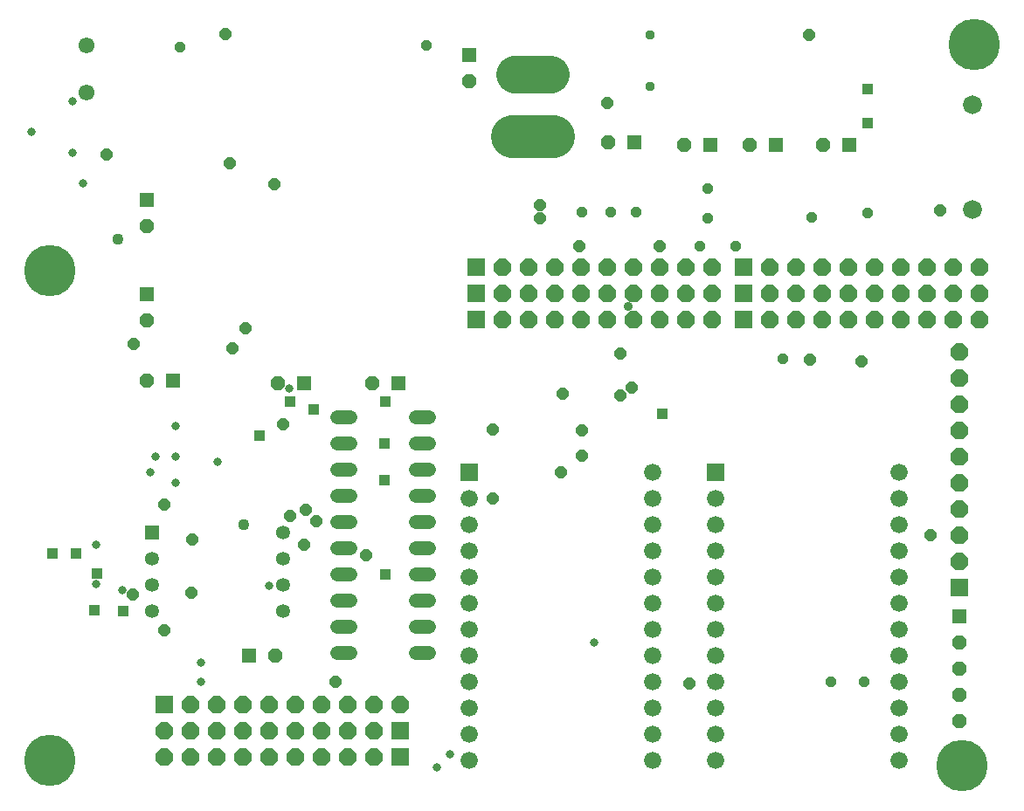
<source format=gbs>
G75*
%MOIN*%
%OFA0B0*%
%FSLAX25Y25*%
%IPPOS*%
%LPD*%
%AMOC8*
5,1,8,0,0,1.08239X$1,22.5*
%
%ADD10C,0.19600*%
%ADD11R,0.06600X0.06600*%
%ADD12C,0.06600*%
%ADD13C,0.05400*%
%ADD14R,0.05324X0.05324*%
%ADD15C,0.05324*%
%ADD16C,0.06112*%
%ADD17OC8,0.06600*%
%ADD18OC8,0.05324*%
%ADD19C,0.03750*%
%ADD20C,0.16400*%
%ADD21C,0.14400*%
%ADD22C,0.07200*%
%ADD23OC8,0.03969*%
%ADD24OC8,0.04362*%
%ADD25R,0.04362X0.04362*%
%ADD26C,0.03500*%
%ADD27C,0.03300*%
%ADD28C,0.04362*%
D10*
X0026178Y0023300D03*
X0026178Y0210300D03*
X0374178Y0021300D03*
X0378678Y0296800D03*
D11*
X0290678Y0211800D03*
X0290678Y0201800D03*
X0290678Y0191800D03*
X0280178Y0133300D03*
X0188678Y0191800D03*
X0188678Y0201800D03*
X0188678Y0211800D03*
X0186178Y0133300D03*
X0069678Y0044800D03*
X0159678Y0034800D03*
X0159678Y0024800D03*
X0373178Y0089300D03*
D12*
X0350178Y0093300D03*
X0350178Y0083300D03*
X0350178Y0073300D03*
X0350178Y0063300D03*
X0350178Y0053300D03*
X0350178Y0043300D03*
X0350178Y0033300D03*
X0350178Y0023300D03*
X0280178Y0023300D03*
X0280178Y0033300D03*
X0280178Y0043300D03*
X0280178Y0053300D03*
X0280178Y0063300D03*
X0280178Y0073300D03*
X0280178Y0083300D03*
X0280178Y0093300D03*
X0280178Y0103300D03*
X0280178Y0113300D03*
X0280178Y0123300D03*
X0256178Y0123300D03*
X0256178Y0113300D03*
X0256178Y0103300D03*
X0256178Y0093300D03*
X0256178Y0083300D03*
X0256178Y0073300D03*
X0256178Y0063300D03*
X0256178Y0053300D03*
X0256178Y0043300D03*
X0256178Y0033300D03*
X0256178Y0023300D03*
X0186178Y0023300D03*
X0186178Y0033300D03*
X0186178Y0043300D03*
X0186178Y0053300D03*
X0186178Y0063300D03*
X0186178Y0073300D03*
X0186178Y0083300D03*
X0186178Y0093300D03*
X0186178Y0103300D03*
X0186178Y0113300D03*
X0186178Y0123300D03*
X0256178Y0133300D03*
X0350178Y0133300D03*
X0350178Y0123300D03*
X0350178Y0113300D03*
X0350178Y0103300D03*
D13*
X0170578Y0104300D02*
X0165778Y0104300D01*
X0165778Y0094300D02*
X0170578Y0094300D01*
X0170578Y0084300D02*
X0165778Y0084300D01*
X0165778Y0074300D02*
X0170578Y0074300D01*
X0170578Y0064300D02*
X0165778Y0064300D01*
X0140578Y0064300D02*
X0135778Y0064300D01*
X0135778Y0074300D02*
X0140578Y0074300D01*
X0140578Y0084300D02*
X0135778Y0084300D01*
X0135778Y0094300D02*
X0140578Y0094300D01*
X0140578Y0104300D02*
X0135778Y0104300D01*
X0135778Y0114300D02*
X0140578Y0114300D01*
X0140578Y0124300D02*
X0135778Y0124300D01*
X0135778Y0134300D02*
X0140578Y0134300D01*
X0140578Y0144300D02*
X0135778Y0144300D01*
X0135778Y0154300D02*
X0140578Y0154300D01*
X0165778Y0154300D02*
X0170578Y0154300D01*
X0170578Y0144300D02*
X0165778Y0144300D01*
X0165778Y0134300D02*
X0170578Y0134300D01*
X0170578Y0124300D02*
X0165778Y0124300D01*
X0165778Y0114300D02*
X0170578Y0114300D01*
D14*
X0159178Y0167300D03*
X0123178Y0167300D03*
X0073178Y0168300D03*
X0063178Y0201300D03*
X0063178Y0237300D03*
X0186178Y0292800D03*
X0249178Y0259300D03*
X0278178Y0258300D03*
X0303178Y0258300D03*
X0331178Y0258300D03*
X0373178Y0078300D03*
X0102178Y0063300D03*
X0065178Y0110300D03*
D15*
X0065178Y0100300D03*
X0065178Y0090300D03*
X0065178Y0080300D03*
X0115178Y0080300D03*
X0115178Y0090300D03*
X0115178Y0100300D03*
X0115178Y0110300D03*
D16*
X0040178Y0278583D03*
X0040178Y0296300D03*
D17*
X0198678Y0211800D03*
X0208678Y0211800D03*
X0218678Y0211800D03*
X0228678Y0211800D03*
X0238678Y0211800D03*
X0248678Y0211800D03*
X0258678Y0211800D03*
X0268678Y0211800D03*
X0278678Y0211800D03*
X0278678Y0201800D03*
X0268678Y0201800D03*
X0258678Y0201800D03*
X0248678Y0201800D03*
X0238678Y0201800D03*
X0228678Y0201800D03*
X0218678Y0201800D03*
X0208678Y0201800D03*
X0198678Y0201800D03*
X0198678Y0191800D03*
X0208678Y0191800D03*
X0218678Y0191800D03*
X0228678Y0191800D03*
X0238678Y0191800D03*
X0248678Y0191800D03*
X0258678Y0191800D03*
X0268678Y0191800D03*
X0278678Y0191800D03*
X0300678Y0191800D03*
X0310678Y0191800D03*
X0320678Y0191800D03*
X0330678Y0191800D03*
X0340678Y0191800D03*
X0350678Y0191800D03*
X0360678Y0191800D03*
X0370678Y0191800D03*
X0380678Y0191800D03*
X0373178Y0179300D03*
X0373178Y0169300D03*
X0373178Y0159300D03*
X0373178Y0149300D03*
X0373178Y0139300D03*
X0373178Y0129300D03*
X0373178Y0119300D03*
X0373178Y0109300D03*
X0373178Y0099300D03*
X0370678Y0201800D03*
X0380678Y0201800D03*
X0380678Y0211800D03*
X0370678Y0211800D03*
X0360678Y0211800D03*
X0350678Y0211800D03*
X0350678Y0201800D03*
X0360678Y0201800D03*
X0340678Y0201800D03*
X0330678Y0201800D03*
X0330678Y0211800D03*
X0340678Y0211800D03*
X0320678Y0211800D03*
X0310678Y0211800D03*
X0310678Y0201800D03*
X0320678Y0201800D03*
X0300678Y0201800D03*
X0300678Y0211800D03*
X0159678Y0044800D03*
X0149678Y0044800D03*
X0139678Y0044800D03*
X0139678Y0034800D03*
X0149678Y0034800D03*
X0149678Y0024800D03*
X0139678Y0024800D03*
X0129678Y0024800D03*
X0119678Y0024800D03*
X0119678Y0034800D03*
X0129678Y0034800D03*
X0129678Y0044800D03*
X0119678Y0044800D03*
X0109678Y0044800D03*
X0099678Y0044800D03*
X0099678Y0034800D03*
X0109678Y0034800D03*
X0109678Y0024800D03*
X0099678Y0024800D03*
X0089678Y0024800D03*
X0079678Y0024800D03*
X0079678Y0034800D03*
X0089678Y0034800D03*
X0089678Y0044800D03*
X0079678Y0044800D03*
X0069678Y0034800D03*
X0069678Y0024800D03*
D18*
X0112178Y0063300D03*
X0113178Y0167300D03*
X0149178Y0167300D03*
X0063178Y0168300D03*
X0063178Y0191300D03*
X0063178Y0227300D03*
X0186178Y0282800D03*
X0239178Y0259300D03*
X0268178Y0258300D03*
X0293178Y0258300D03*
X0321178Y0258300D03*
X0373178Y0068300D03*
X0373178Y0058300D03*
X0373178Y0048300D03*
X0373178Y0038300D03*
D19*
X0254965Y0280646D03*
X0254965Y0300331D03*
D20*
X0218078Y0261800D02*
X0202278Y0261800D01*
D21*
X0203278Y0285400D02*
X0217078Y0285400D01*
D22*
X0378178Y0273800D03*
X0378178Y0233800D03*
D23*
X0338178Y0232300D03*
X0316678Y0230800D03*
X0287678Y0219800D03*
X0273978Y0219800D03*
X0277178Y0230300D03*
X0277178Y0241800D03*
X0249678Y0232800D03*
X0240178Y0232800D03*
X0229178Y0232800D03*
X0169678Y0296300D03*
X0075678Y0295800D03*
X0305678Y0176800D03*
X0324178Y0053300D03*
X0336678Y0053300D03*
D24*
X0270178Y0052800D03*
X0195178Y0123300D03*
X0221178Y0133300D03*
X0229178Y0139800D03*
X0229178Y0149300D03*
X0221678Y0163300D03*
X0243678Y0162800D03*
X0248178Y0165800D03*
X0243678Y0178800D03*
X0195178Y0149800D03*
X0146778Y0101700D03*
X0127878Y0114800D03*
X0123778Y0119200D03*
X0117678Y0116800D03*
X0123178Y0105800D03*
X0080378Y0107700D03*
X0069878Y0121000D03*
X0080078Y0087600D03*
X0069678Y0073100D03*
X0057678Y0086900D03*
X0135178Y0053300D03*
X0115178Y0151700D03*
X0095678Y0180800D03*
X0100678Y0188300D03*
X0058178Y0182300D03*
X0111678Y0243300D03*
X0094678Y0251300D03*
X0047678Y0254800D03*
X0093178Y0300800D03*
X0213178Y0235300D03*
X0213178Y0230300D03*
X0228178Y0219800D03*
X0258678Y0219800D03*
X0316178Y0176300D03*
X0335678Y0175800D03*
X0365678Y0233300D03*
X0315678Y0300300D03*
X0238678Y0274300D03*
X0362178Y0109300D03*
D25*
X0259678Y0155800D03*
X0154178Y0160300D03*
X0153678Y0144300D03*
X0153678Y0130300D03*
X0126678Y0157300D03*
X0117678Y0160300D03*
X0106178Y0147300D03*
X0154178Y0094300D03*
X0054178Y0080300D03*
X0043178Y0080800D03*
X0044178Y0094800D03*
X0036178Y0102300D03*
X0027178Y0102300D03*
X0338178Y0266800D03*
X0338178Y0279800D03*
D26*
X0246678Y0196800D03*
D27*
X0117477Y0165532D03*
X0089918Y0137473D03*
X0074170Y0139442D03*
X0066296Y0139442D03*
X0064327Y0133536D03*
X0074170Y0129599D03*
X0074170Y0151253D03*
X0043678Y0105800D03*
X0043678Y0090800D03*
X0053678Y0088300D03*
X0083678Y0060800D03*
X0083678Y0053300D03*
X0109603Y0090229D03*
X0178678Y0025800D03*
X0173678Y0020800D03*
X0233678Y0068300D03*
X0038737Y0243772D03*
X0034800Y0255583D03*
X0019052Y0263457D03*
X0034800Y0275269D03*
D28*
X0052178Y0222300D03*
X0100178Y0113300D03*
M02*

</source>
